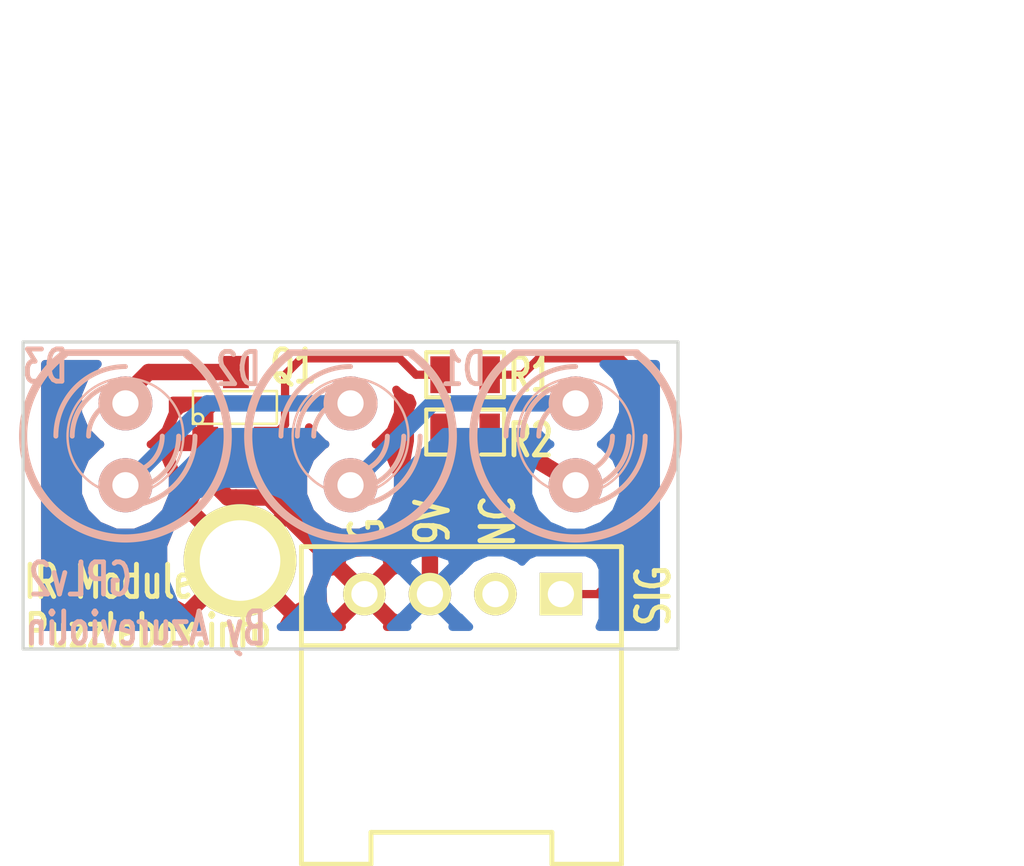
<source format=kicad_pcb>
(kicad_pcb (version 3) (host pcbnew "(2013-05-16 BZR 4016)-stable")

  (general
    (links 9)
    (no_connects 0)
    (area 218.019023 151.08555 239.97 170.458201)
    (thickness 1.6)
    (drawings 10)
    (tracks 31)
    (zones 0)
    (modules 8)
    (nets 9)
  )

  (page A4)
  (title_block 
    (title Pyramid_IR_Module)
    (rev 0.9b)
    (company "Puzzlebox Productions LLC")
    (comment 1 GPLv2)
    (comment 2 "By Azureviolin")
  )

  (layers
    (15 F.Cu signal)
    (0 B.Cu signal)
    (16 B.Adhes user)
    (17 F.Adhes user)
    (18 B.Paste user)
    (19 F.Paste user)
    (20 B.SilkS user)
    (21 F.SilkS user)
    (22 B.Mask user)
    (23 F.Mask user)
    (24 Dwgs.User user)
    (25 Cmts.User user)
    (26 Eco1.User user)
    (27 Eco2.User user)
    (28 Edge.Cuts user)
  )

  (setup
    (last_trace_width 0.254)
    (trace_clearance 0.254)
    (zone_clearance 0.508)
    (zone_45_only no)
    (trace_min 0.254)
    (segment_width 0.2)
    (edge_width 0.1)
    (via_size 0.7112)
    (via_drill 0.3048)
    (via_min_size 0.7112)
    (via_min_drill 0.3048)
    (uvia_size 0.508)
    (uvia_drill 0.127)
    (uvias_allowed no)
    (uvia_min_size 0.508)
    (uvia_min_drill 0.127)
    (pcb_text_width 0.3)
    (pcb_text_size 1.5 1.5)
    (mod_edge_width 0.15)
    (mod_text_size 1.016 0.762)
    (mod_text_width 0.1524)
    (pad_size 3.5 3.5)
    (pad_drill 2.5)
    (pad_to_mask_clearance 0)
    (aux_axis_origin 0 0)
    (visible_elements 7FFFFFFF)
    (pcbplotparams
      (layerselection 272400385)
      (usegerberextensions true)
      (excludeedgelayer true)
      (linewidth 0.150000)
      (plotframeref false)
      (viasonmask false)
      (mode 1)
      (useauxorigin false)
      (hpglpennumber 1)
      (hpglpenspeed 20)
      (hpglpendiameter 15)
      (hpglpenoverlay 2)
      (psnegative false)
      (psa4output false)
      (plotreference true)
      (plotvalue true)
      (plotothertext true)
      (plotinvisibletext false)
      (padsonsilk false)
      (subtractmaskfromsilk false)
      (outputformat 1)
      (mirror false)
      (drillshape 0)
      (scaleselection 1)
      (outputdirectory CAM/))
  )

  (net 0 "")
  (net 1 +9V)
  (net 2 /LED1)
  (net 3 /LED2)
  (net 4 /LED3)
  (net 5 /LED4)
  (net 6 GND)
  (net 7 N-000004)
  (net 8 N-000009)

  (net_class Default "This is the default net class."
    (clearance 0.254)
    (trace_width 0.254)
    (via_dia 0.7112)
    (via_drill 0.3048)
    (uvia_dia 0.508)
    (uvia_drill 0.127)
    (add_net "")
    (add_net N-000004)
    (add_net N-000009)
  )

  (net_class LED_Power ""
    (clearance 0.254)
    (trace_width 0.508)
    (via_dia 0.7112)
    (via_drill 0.3048)
    (uvia_dia 0.508)
    (uvia_drill 0.127)
    (add_net +9V)
    (add_net /LED1)
    (add_net /LED2)
    (add_net /LED3)
    (add_net /LED4)
    (add_net GND)
  )

  (module LED-5MM (layer B.Cu) (tedit 51CFD864) (tstamp 51CCFBD7)
    (at 235.585 157.099 90)
    (descr "LED 5mm - Lead pitch 100mil (2,54mm)")
    (tags "LED led 5mm 5MM 100mil 2,54mm")
    (path /51CCF98C)
    (fp_text reference D1 (at 2.3368 -3.4798 180) (layer B.SilkS)
      (effects (font (size 1 0.7) (thickness 0.15)) (justify mirror))
    )
    (fp_text value LED (at 4.445 -3.429 90) (layer B.SilkS) hide
      (effects (font (size 0.762 0.762) (thickness 0.0889)) (justify mirror))
    )
    (fp_line (start 2.8448 -1.905) (end 2.8448 1.905) (layer B.SilkS) (width 0.2032))
    (fp_circle (center 0.254 0) (end -1.016 -1.27) (layer B.SilkS) (width 0.0762))
    (fp_arc (start 0.254 0) (end 2.794 -1.905) (angle -286.2) (layer B.SilkS) (width 0.254))
    (fp_arc (start 0.254 0) (end -0.889 0) (angle -90) (layer B.SilkS) (width 0.1524))
    (fp_arc (start 0.254 0) (end 1.397 0) (angle -90) (layer B.SilkS) (width 0.1524))
    (fp_arc (start 0.254 0) (end -1.397 0) (angle -90) (layer B.SilkS) (width 0.1524))
    (fp_arc (start 0.254 0) (end 1.905 0) (angle -90) (layer B.SilkS) (width 0.1524))
    (fp_arc (start 0.254 0) (end -1.905 0) (angle -90) (layer B.SilkS) (width 0.1524))
    (fp_arc (start 0.254 0) (end 2.413 0) (angle -90) (layer B.SilkS) (width 0.1524))
    (pad 1 thru_hole circle (at -1.27 0 90) (size 1.6764 1.6764) (drill 0.8128)
      (layers *.Cu *.Mask B.SilkS)
      (net 2 /LED1)
    )
    (pad 2 thru_hole circle (at 1.27 0 90) (size 1.6764 1.6764) (drill 0.8128)
      (layers *.Cu *.Mask B.SilkS)
      (net 3 /LED2)
    )
    (model discret/leds/led5_vertical_verde.wrl
      (at (xyz 0 0 0))
      (scale (xyz 1 1 1))
      (rotate (xyz 0 0 0))
    )
  )

  (module LED-5MM (layer B.Cu) (tedit 51CFD868) (tstamp 51CCFBE6)
    (at 228.6 157.099 90)
    (descr "LED 5mm - Lead pitch 100mil (2,54mm)")
    (tags "LED led 5mm 5MM 100mil 2,54mm")
    (path /51CCF99B)
    (fp_text reference D2 (at 2.3368 -3.4798 180) (layer B.SilkS)
      (effects (font (size 1 0.7) (thickness 0.15)) (justify mirror))
    )
    (fp_text value LED (at 4.445 -3.556 90) (layer B.SilkS) hide
      (effects (font (size 0.762 0.762) (thickness 0.0889)) (justify mirror))
    )
    (fp_line (start 2.8448 -1.905) (end 2.8448 1.905) (layer B.SilkS) (width 0.2032))
    (fp_circle (center 0.254 0) (end -1.016 -1.27) (layer B.SilkS) (width 0.0762))
    (fp_arc (start 0.254 0) (end 2.794 -1.905) (angle -286.2) (layer B.SilkS) (width 0.254))
    (fp_arc (start 0.254 0) (end -0.889 0) (angle -90) (layer B.SilkS) (width 0.1524))
    (fp_arc (start 0.254 0) (end 1.397 0) (angle -90) (layer B.SilkS) (width 0.1524))
    (fp_arc (start 0.254 0) (end -1.397 0) (angle -90) (layer B.SilkS) (width 0.1524))
    (fp_arc (start 0.254 0) (end 1.905 0) (angle -90) (layer B.SilkS) (width 0.1524))
    (fp_arc (start 0.254 0) (end -1.905 0) (angle -90) (layer B.SilkS) (width 0.1524))
    (fp_arc (start 0.254 0) (end 2.413 0) (angle -90) (layer B.SilkS) (width 0.1524))
    (pad 1 thru_hole circle (at -1.27 0 90) (size 1.6764 1.6764) (drill 0.8128)
      (layers *.Cu *.Mask B.SilkS)
      (net 3 /LED2)
    )
    (pad 2 thru_hole circle (at 1.27 0 90) (size 1.6764 1.6764) (drill 0.8128)
      (layers *.Cu *.Mask B.SilkS)
      (net 4 /LED3)
    )
    (model discret/leds/led5_vertical_verde.wrl
      (at (xyz 0 0 0))
      (scale (xyz 1 1 1))
      (rotate (xyz 0 0 0))
    )
  )

  (module LED-5MM (layer B.Cu) (tedit 51CFD856) (tstamp 51CCFBF5)
    (at 221.615 157.099 90)
    (descr "LED 5mm - Lead pitch 100mil (2,54mm)")
    (tags "LED led 5mm 5MM 100mil 2,54mm")
    (path /51CCF9AA)
    (fp_text reference D3 (at 2.413 -2.4892 180) (layer B.SilkS)
      (effects (font (size 1 0.7) (thickness 0.15)) (justify mirror))
    )
    (fp_text value LED (at 4.191 -2.159 90) (layer B.SilkS) hide
      (effects (font (size 0.762 0.762) (thickness 0.0889)) (justify mirror))
    )
    (fp_line (start 2.8448 -1.905) (end 2.8448 1.905) (layer B.SilkS) (width 0.2032))
    (fp_circle (center 0.254 0) (end -1.016 -1.27) (layer B.SilkS) (width 0.0762))
    (fp_arc (start 0.254 0) (end 2.794 -1.905) (angle -286.2) (layer B.SilkS) (width 0.254))
    (fp_arc (start 0.254 0) (end -0.889 0) (angle -90) (layer B.SilkS) (width 0.1524))
    (fp_arc (start 0.254 0) (end 1.397 0) (angle -90) (layer B.SilkS) (width 0.1524))
    (fp_arc (start 0.254 0) (end -1.397 0) (angle -90) (layer B.SilkS) (width 0.1524))
    (fp_arc (start 0.254 0) (end 1.905 0) (angle -90) (layer B.SilkS) (width 0.1524))
    (fp_arc (start 0.254 0) (end -1.905 0) (angle -90) (layer B.SilkS) (width 0.1524))
    (fp_arc (start 0.254 0) (end 2.413 0) (angle -90) (layer B.SilkS) (width 0.1524))
    (pad 1 thru_hole circle (at -1.27 0 90) (size 1.6764 1.6764) (drill 0.8128)
      (layers *.Cu *.Mask B.SilkS)
      (net 4 /LED3)
    )
    (pad 2 thru_hole circle (at 1.27 0 90) (size 1.6764 1.6764) (drill 0.8128)
      (layers *.Cu *.Mask B.SilkS)
      (net 5 /LED4)
    )
    (model discret/leds/led5_vertical_verde.wrl
      (at (xyz 0 0 0))
      (scale (xyz 1 1 1))
      (rotate (xyz 0 0 0))
    )
  )

  (module SOT23 (layer F.Cu) (tedit 51CFD72C) (tstamp 51D19416)
    (at 225.044 155.956)
    (tags SOT23)
    (path /51CCF9B9)
    (fp_text reference Q1 (at 1.778 -1.27) (layer F.SilkS)
      (effects (font (size 1 0.7) (thickness 0.15)))
    )
    (fp_text value NPN (at 3.556 -1.27) (layer F.SilkS) hide
      (effects (font (size 1 0.7) (thickness 0.15)))
    )
    (fp_circle (center -1.17602 0.35052) (end -1.30048 0.44958) (layer F.SilkS) (width 0.07874))
    (fp_line (start 1.27 -0.508) (end 1.27 0.508) (layer F.SilkS) (width 0.07874))
    (fp_line (start -1.3335 -0.508) (end -1.3335 0.508) (layer F.SilkS) (width 0.07874))
    (fp_line (start 1.27 0.508) (end -1.3335 0.508) (layer F.SilkS) (width 0.07874))
    (fp_line (start -1.3335 -0.508) (end 1.27 -0.508) (layer F.SilkS) (width 0.07874))
    (pad 3 smd rect (at 0 -1.09982) (size 0.8001 1.00076)
      (layers F.Cu F.Paste F.Mask)
      (net 5 /LED4)
    )
    (pad 2 smd rect (at 0.9525 1.09982) (size 0.8001 1.00076)
      (layers F.Cu F.Paste F.Mask)
      (net 8 N-000009)
    )
    (pad 1 smd rect (at -0.9525 1.09982) (size 0.8001 1.00076)
      (layers F.Cu F.Paste F.Mask)
      (net 6 GND)
    )
    (model smd\SOT23_3.wrl
      (at (xyz 0 0 0))
      (scale (xyz 0.4 0.4 0.4))
      (rotate (xyz 0 0 180))
    )
  )

  (module SM0603_Resistor (layer F.Cu) (tedit 51CFD71A) (tstamp 51D19422)
    (at 232.156 156.718)
    (path /51CCF97D)
    (attr smd)
    (fp_text reference R2 (at 2.032 0.254) (layer F.SilkS)
      (effects (font (size 1 0.7) (thickness 0.15)))
    )
    (fp_text value 82 (at 3.556 0.254) (layer F.SilkS) hide
      (effects (font (size 1 0.7) (thickness 0.15)))
    )
    (fp_line (start -0.50038 -0.6985) (end -1.2065 -0.6985) (layer F.SilkS) (width 0.127))
    (fp_line (start -1.2065 -0.6985) (end -1.2065 0.6985) (layer F.SilkS) (width 0.127))
    (fp_line (start -1.2065 0.6985) (end -0.50038 0.6985) (layer F.SilkS) (width 0.127))
    (fp_line (start 1.2065 -0.6985) (end 0.50038 -0.6985) (layer F.SilkS) (width 0.127))
    (fp_line (start 1.2065 -0.6985) (end 1.2065 0.6985) (layer F.SilkS) (width 0.127))
    (fp_line (start 1.2065 0.6985) (end 0.50038 0.6985) (layer F.SilkS) (width 0.127))
    (pad 1 smd rect (at -0.762 0) (size 0.635 1.143)
      (layers F.Cu F.Paste F.Mask)
      (net 1 +9V)
    )
    (pad 2 smd rect (at 0.762 0) (size 0.635 1.143)
      (layers F.Cu F.Paste F.Mask)
      (net 2 /LED1)
    )
    (model smd\resistors\R0603.wrl
      (at (xyz 0 0 0.001))
      (scale (xyz 0.5 0.5 0.5))
      (rotate (xyz 0 0 0))
    )
  )

  (module SM0603_Resistor (layer F.Cu) (tedit 51CFD70D) (tstamp 51D1942E)
    (at 232.156 154.94 180)
    (path /51CCF9C8)
    (attr smd)
    (fp_text reference R1 (at -2.032 0 180) (layer F.SilkS)
      (effects (font (size 1 0.7) (thickness 0.15)))
    )
    (fp_text value 820 (at -3.81 0 180) (layer F.SilkS) hide
      (effects (font (size 1 0.7) (thickness 0.15)))
    )
    (fp_line (start -0.50038 -0.6985) (end -1.2065 -0.6985) (layer F.SilkS) (width 0.127))
    (fp_line (start -1.2065 -0.6985) (end -1.2065 0.6985) (layer F.SilkS) (width 0.127))
    (fp_line (start -1.2065 0.6985) (end -0.50038 0.6985) (layer F.SilkS) (width 0.127))
    (fp_line (start 1.2065 -0.6985) (end 0.50038 -0.6985) (layer F.SilkS) (width 0.127))
    (fp_line (start 1.2065 -0.6985) (end 1.2065 0.6985) (layer F.SilkS) (width 0.127))
    (fp_line (start 1.2065 0.6985) (end 0.50038 0.6985) (layer F.SilkS) (width 0.127))
    (pad 1 smd rect (at -0.762 0 180) (size 0.635 1.143)
      (layers F.Cu F.Paste F.Mask)
      (net 7 N-000004)
    )
    (pad 2 smd rect (at 0.762 0 180) (size 0.635 1.143)
      (layers F.Cu F.Paste F.Mask)
      (net 8 N-000009)
    )
    (model smd\resistors\R0603.wrl
      (at (xyz 0 0 0.001))
      (scale (xyz 0.5 0.5 0.5))
      (rotate (xyz 0 0 0))
    )
  )

  (module Mount_Hole_M2Screw (layer F.Cu) (tedit 51CFD7DC) (tstamp 51D19608)
    (at 225.171 160.7058)
    (path /51CD08C3)
    (fp_text reference MH1 (at 0.0254 2.5146) (layer F.SilkS) hide
      (effects (font (size 1 1) (thickness 0.15)))
    )
    (fp_text value CONN_1 (at 0.1778 4.0386) (layer F.SilkS) hide
      (effects (font (size 1 1) (thickness 0.15)))
    )
    (pad 1 thru_hole circle (at 0 0) (size 3.5 3.5) (drill 2.5)
      (layers *.Cu *.Mask F.SilkS)
      (net 6 GND)
    )
  )

  (module grove_4_horizontal (layer F.Cu) (tedit 51CFD899) (tstamp 51D196BF)
    (at 227.076 160.274 90)
    (path /51CCF9E6)
    (fp_text reference P1 (at -5.7658 4.9784 180) (layer F.SilkS) hide
      (effects (font (size 1 1) (thickness 0.15)))
    )
    (fp_text value CONN_4 (at -3.175 12.065 90) (layer F.SilkS) hide
      (effects (font (size 1 1) (thickness 0.15)))
    )
    (fp_text user SIG (at -1.524 10.922 90) (layer F.SilkS)
      (effects (font (size 1.016 0.762) (thickness 0.1524)))
    )
    (fp_text user NC (at 0.7874 6.096 90) (layer F.SilkS)
      (effects (font (size 1.016 0.762) (thickness 0.1524)))
    )
    (fp_text user 9V (at 0.762 4.064 90) (layer F.SilkS)
      (effects (font (size 1.016 0.762) (thickness 0.1524)))
    )
    (fp_text user G (at 0.508 2.032 90) (layer F.SilkS)
      (effects (font (size 1.016 0.762) (thickness 0.1524)))
    )
    (fp_line (start -3.0734 0) (end -3.0734 9.9314) (layer F.SilkS) (width 0.15))
    (fp_line (start 0 9.9314) (end -9.8552 9.9314) (layer F.SilkS) (width 0.15))
    (fp_line (start -9.8552 9.9314) (end -9.8552 7.7724) (layer F.SilkS) (width 0.15))
    (fp_line (start -9.8552 7.7724) (end -8.8646 7.7724) (layer F.SilkS) (width 0.15))
    (fp_line (start -8.8646 7.7724) (end -8.8646 2.159) (layer F.SilkS) (width 0.15))
    (fp_line (start -8.8646 2.159) (end -9.8552 2.159) (layer F.SilkS) (width 0.15))
    (fp_line (start -9.8552 2.159) (end -9.8552 0.0254) (layer F.SilkS) (width 0.15))
    (fp_line (start -9.8552 0) (end 0 0) (layer F.SilkS) (width 0.15))
    (fp_line (start 0 0) (end 0 9.9314) (layer F.SilkS) (width 0.15))
    (pad 4 thru_hole circle (at -1.4732 1.9558 90) (size 1.3208 1.3208) (drill 0.8128)
      (layers *.Cu *.Mask F.SilkS)
      (net 6 GND)
    )
    (pad 3 thru_hole circle (at -1.4732 3.9878 90) (size 1.3208 1.3208) (drill 0.8128)
      (layers *.Cu *.Mask F.SilkS)
      (net 1 +9V)
    )
    (pad 2 thru_hole circle (at -1.4732 6.0198 90) (size 1.3208 1.3208) (drill 0.8128)
      (layers *.Cu *.Mask F.SilkS)
    )
    (pad 1 thru_hole rect (at -1.4732 8.0518 90) (size 1.3208 1.3208) (drill 0.8128)
      (layers *.Cu *.Mask F.SilkS)
      (net 7 N-000004)
    )
  )

  (dimension 9.779 (width 0.3) (layer Cmts.User)
    (gr_text "9.779 mm" (at 249.3772 158.242 270) (layer Cmts.User)
      (effects (font (size 1.5 1.5) (thickness 0.3)))
    )
    (feature1 (pts (xy 241.808 163.4998) (xy 248.165599 163.4998)))
    (feature2 (pts (xy 241.808 153.7208) (xy 248.165599 153.7208)))
    (crossbar (pts (xy 245.465599 153.7208) (xy 245.465599 163.4998)))
    (arrow1a (pts (xy 245.465599 163.4998) (xy 244.879179 162.373297)))
    (arrow1b (pts (xy 245.465599 163.4998) (xy 246.052019 162.373297)))
    (arrow2a (pts (xy 245.465599 153.7208) (xy 244.879179 154.847303)))
    (arrow2b (pts (xy 245.465599 153.7208) (xy 246.052019 154.847303)))
  )
  (dimension 21.235144 (width 0.3) (layer Cmts.User)
    (gr_text "21.235 mm" (at 228.483538 145.165724 0.4797381386) (layer Cmts.User)
      (effects (font (size 1.5 1.5) (thickness 0.3)))
    )
    (feature1 (pts (xy 239.141 149.8854) (xy 239.089435 143.726872)))
    (feature2 (pts (xy 217.9066 150.0632) (xy 217.855035 143.904672)))
    (crossbar (pts (xy 217.877641 146.604577) (xy 239.112041 146.426777)))
    (arrow1a (pts (xy 239.112041 146.426777) (xy 237.990487 147.022609)))
    (arrow1b (pts (xy 239.112041 146.426777) (xy 237.980667 145.849809)))
    (arrow2a (pts (xy 217.877641 146.604577) (xy 219.009015 147.181545)))
    (arrow2b (pts (xy 217.877641 146.604577) (xy 218.999195 146.008745)))
  )
  (gr_text "By Azureviolin" (at 222.25 162.814) (layer B.SilkS)
    (effects (font (size 1 0.7) (thickness 0.15)) (justify mirror))
  )
  (gr_text GPLv2 (at 220.218 161.29) (layer B.SilkS)
    (effects (font (size 1 0.7) (thickness 0.15)) (justify mirror))
  )
  (gr_text Puzzlebox.info (at 222.3262 162.8902) (layer F.SilkS)
    (effects (font (size 1 0.7) (thickness 0.15)))
  )
  (gr_text "IR Module" (at 221.107 161.3662) (layer F.SilkS)
    (effects (font (size 1 0.7) (thickness 0.15)))
  )
  (gr_line (start 238.76 163.449) (end 238.76 153.924) (angle 90) (layer Edge.Cuts) (width 0.1))
  (gr_line (start 218.44 163.449) (end 238.76 163.449) (angle 90) (layer Edge.Cuts) (width 0.1))
  (gr_line (start 218.44 153.924) (end 218.44 163.449) (angle 90) (layer Edge.Cuts) (width 0.1))
  (gr_line (start 238.76 153.924) (end 218.44 153.924) (angle 90) (layer Edge.Cuts) (width 0.1))

  (segment (start 231.0638 161.7472) (end 231.0638 158.5722) (width 0.508) (layer F.Cu) (net 1))
  (segment (start 231.0638 158.5722) (end 231.394 156.718) (width 0.508) (layer F.Cu) (net 1) (tstamp 51CD0CFE) (status 20))
  (segment (start 232.918 156.718) (end 235.458 158.242) (width 0.508) (layer F.Cu) (net 2) (status 10))
  (segment (start 235.458 158.242) (end 235.585 158.369) (width 0.508) (layer F.Cu) (net 2) (tstamp 51CD0D02))
  (segment (start 235.585 155.829) (end 231.14 155.829) (width 0.508) (layer B.Cu) (net 3))
  (segment (start 231.14 155.829) (end 228.6 158.369) (width 0.508) (layer B.Cu) (net 3) (tstamp 51CD0AA9))
  (segment (start 228.6 155.829) (end 224.155 155.829) (width 0.508) (layer B.Cu) (net 4))
  (segment (start 224.155 155.829) (end 221.615 158.369) (width 0.508) (layer B.Cu) (net 4) (tstamp 51CD0AAD))
  (segment (start 221.615 155.829) (end 221.615 155.575) (width 0.508) (layer F.Cu) (net 5))
  (segment (start 222.33382 154.85618) (end 225.044 154.85618) (width 0.508) (layer F.Cu) (net 5) (tstamp 51CD0C65))
  (segment (start 221.615 155.575) (end 222.33382 154.85618) (width 0.508) (layer F.Cu) (net 5) (tstamp 51CD0C64))
  (segment (start 229.0318 161.7472) (end 229.0318 161.7218) (width 0.508) (layer F.Cu) (net 6))
  (segment (start 226.06 158.75) (end 225.044 158.75) (width 0.508) (layer F.Cu) (net 6) (tstamp 51CD0CFB))
  (segment (start 229.0318 161.7218) (end 226.06 158.75) (width 0.508) (layer F.Cu) (net 6) (tstamp 51CD0CFA))
  (segment (start 225.044 161.036) (end 225.044 158.75) (width 0.508) (layer F.Cu) (net 6))
  (segment (start 224.0915 157.05582) (end 224.0915 158.0515) (width 0.508) (layer F.Cu) (net 6))
  (segment (start 224.79 158.75) (end 225.044 158.75) (width 0.508) (layer F.Cu) (net 6) (tstamp 51CD0C4B))
  (segment (start 224.0915 158.0515) (end 224.79 158.75) (width 0.508) (layer F.Cu) (net 6) (tstamp 51CD0C49))
  (segment (start 232.918 154.94) (end 233.934 154.94) (width 0.254) (layer F.Cu) (net 7))
  (segment (start 236.2708 161.7472) (end 235.1278 161.7472) (width 0.254) (layer F.Cu) (net 7) (tstamp 51CD0D0C))
  (segment (start 237.49 160.528) (end 236.2708 161.7472) (width 0.254) (layer F.Cu) (net 7) (tstamp 51CD0D0A))
  (segment (start 237.49 154.94) (end 237.49 160.528) (width 0.254) (layer F.Cu) (net 7) (tstamp 51CD0D09))
  (segment (start 236.982 154.432) (end 237.49 154.94) (width 0.254) (layer F.Cu) (net 7) (tstamp 51CD0D07))
  (segment (start 234.442 154.432) (end 236.982 154.432) (width 0.254) (layer F.Cu) (net 7) (tstamp 51CD0D06))
  (segment (start 233.934 154.94) (end 234.442 154.432) (width 0.254) (layer F.Cu) (net 7) (tstamp 51CD0D05))
  (segment (start 231.394 154.94) (end 230.632 154.94) (width 0.254) (layer F.Cu) (net 8))
  (segment (start 226.568 156.48432) (end 225.9965 157.05582) (width 0.254) (layer F.Cu) (net 8) (tstamp 51CD0CDE))
  (segment (start 226.568 154.94) (end 226.568 156.48432) (width 0.254) (layer F.Cu) (net 8) (tstamp 51CD0CDD))
  (segment (start 227.076 154.432) (end 226.568 154.94) (width 0.254) (layer F.Cu) (net 8) (tstamp 51CD0CDC))
  (segment (start 230.124 154.432) (end 227.076 154.432) (width 0.254) (layer F.Cu) (net 8) (tstamp 51CD0CDB))
  (segment (start 230.632 154.94) (end 230.124 154.432) (width 0.254) (layer F.Cu) (net 8) (tstamp 51CD0CDA))

  (zone (net 6) (net_name GND) (layer F.Cu) (tstamp 51CD1453) (hatch edge 0.508)
    (connect_pads (clearance 0.508))
    (min_thickness 0.254)
    (fill (arc_segments 16) (thermal_gap 0.508) (thermal_bridge_width 0.508))
    (polygon
      (pts
        (xy 239.014 163.576) (xy 218.186 163.83) (xy 218.186 153.416) (xy 239.014 153.67)
      )
    )
    (filled_polygon
      (pts
        (xy 230.520693 155.829184) (xy 230.441611 156.019636) (xy 230.44139 156.272255) (xy 230.44139 156.997012) (xy 230.188577 158.416299)
        (xy 230.190156 158.494996) (xy 230.1748 158.5722) (xy 230.1748 160.804274) (xy 229.966254 161.012457) (xy 229.960734 161.025748)
        (xy 229.938358 161.020247) (xy 229.758753 161.199852) (xy 229.758753 160.840642) (xy 229.701791 160.608972) (xy 229.215209 160.439219)
        (xy 228.700706 160.468595) (xy 228.361809 160.608972) (xy 228.304847 160.840642) (xy 229.0318 161.567595) (xy 229.758753 160.840642)
        (xy 229.758753 161.199852) (xy 229.211405 161.7472) (xy 229.938358 162.474153) (xy 229.960315 162.468754) (xy 229.964973 162.480026)
        (xy 230.248451 162.764) (xy 229.731647 162.764) (xy 229.758753 162.653758) (xy 229.0318 161.926805) (xy 228.852195 162.10641)
        (xy 228.852195 161.7472) (xy 228.125242 161.020247) (xy 227.893572 161.077209) (xy 227.723819 161.563791) (xy 227.753195 162.078294)
        (xy 227.893572 162.417191) (xy 228.125242 162.474153) (xy 228.852195 161.7472) (xy 228.852195 162.10641) (xy 228.304847 162.653758)
        (xy 228.331952 162.764) (xy 227.561956 162.764) (xy 227.561956 161.149208) (xy 227.54964 160.200477) (xy 227.21027 159.381165)
        (xy 226.865527 159.190878) (xy 226.685922 159.370483) (xy 226.685922 159.011273) (xy 226.495635 158.66653) (xy 225.614408 158.314844)
        (xy 224.665677 158.32716) (xy 223.9645 158.617596) (xy 223.9645 158.03245) (xy 223.9645 157.18282) (xy 223.9645 156.92882)
        (xy 223.9645 156.07919) (xy 223.80575 155.92044) (xy 223.565695 155.92033) (xy 223.332221 156.016799) (xy 223.153437 156.195272)
        (xy 223.056561 156.428576) (xy 223.05634 156.681195) (xy 223.05645 156.77007) (xy 223.2152 156.92882) (xy 223.9645 156.92882)
        (xy 223.9645 157.18282) (xy 223.2152 157.18282) (xy 223.05645 157.34157) (xy 223.05634 157.430445) (xy 223.056561 157.683064)
        (xy 223.153437 157.916368) (xy 223.332221 158.094841) (xy 223.565695 158.19131) (xy 223.80575 158.1912) (xy 223.9645 158.03245)
        (xy 223.9645 158.617596) (xy 223.846365 158.66653) (xy 223.656078 159.011273) (xy 225.171 160.526195) (xy 226.685922 159.011273)
        (xy 226.685922 159.370483) (xy 225.350605 160.7058) (xy 226.865527 162.220722) (xy 227.21027 162.030435) (xy 227.561956 161.149208)
        (xy 227.561956 162.764) (xy 226.449933 162.764) (xy 226.495635 162.74507) (xy 226.685922 162.400327) (xy 225.171 160.885405)
        (xy 224.991395 161.06501) (xy 224.991395 160.7058) (xy 223.476473 159.190878) (xy 223.13173 159.381165) (xy 222.780044 160.262392)
        (xy 222.79236 161.211123) (xy 223.13173 162.030435) (xy 223.476473 162.220722) (xy 224.991395 160.7058) (xy 224.991395 161.06501)
        (xy 223.656078 162.400327) (xy 223.846365 162.74507) (xy 223.893798 162.764) (xy 219.125 162.764) (xy 219.125 154.609)
        (xy 220.751892 154.609) (xy 220.366811 154.99341) (xy 220.142057 155.534677) (xy 220.141546 156.120752) (xy 220.365354 156.66241)
        (xy 220.77941 157.077189) (xy 220.831394 157.098775) (xy 220.78159 157.119354) (xy 220.366811 157.53341) (xy 220.142057 158.074677)
        (xy 220.141546 158.660752) (xy 220.365354 159.20241) (xy 220.77941 159.617189) (xy 221.320677 159.841943) (xy 221.906752 159.842454)
        (xy 222.44841 159.618646) (xy 222.863189 159.20459) (xy 223.087943 158.663323) (xy 223.088454 158.077248) (xy 222.864646 157.53559)
        (xy 222.45059 157.120811) (xy 222.398605 157.099224) (xy 222.44841 157.078646) (xy 222.863189 156.66459) (xy 223.087943 156.123323)
        (xy 223.088272 155.74518) (xy 224.134648 155.74518) (xy 224.283782 155.894573) (xy 224.368103 155.929586) (xy 224.2185 156.07919)
        (xy 224.2185 156.92882) (xy 224.2385 156.92882) (xy 224.2385 157.18282) (xy 224.2185 157.18282) (xy 224.2185 158.03245)
        (xy 224.37725 158.1912) (xy 224.617305 158.19131) (xy 224.850779 158.094841) (xy 225.029563 157.916368) (xy 225.043915 157.881803)
        (xy 225.057809 157.915429) (xy 225.236282 158.094213) (xy 225.469586 158.191089) (xy 225.722205 158.19131) (xy 226.522305 158.19131)
        (xy 226.755779 158.094841) (xy 226.934563 157.916368) (xy 227.031439 157.683064) (xy 227.03166 157.430445) (xy 227.03166 157.09829)
        (xy 227.106815 157.023135) (xy 227.271996 156.775925) (xy 227.312701 156.571284) (xy 227.350354 156.66241) (xy 227.76441 157.077189)
        (xy 227.816394 157.098775) (xy 227.76659 157.119354) (xy 227.351811 157.53341) (xy 227.127057 158.074677) (xy 227.126546 158.660752)
        (xy 227.350354 159.20241) (xy 227.76441 159.617189) (xy 228.305677 159.841943) (xy 228.891752 159.842454) (xy 229.43341 159.618646)
        (xy 229.848189 159.20459) (xy 230.072943 158.663323) (xy 230.073454 158.077248) (xy 229.849646 157.53559) (xy 229.43559 157.120811)
        (xy 229.383605 157.099224) (xy 229.43341 157.078646) (xy 229.848189 156.66459) (xy 230.072943 156.123323) (xy 230.073454 155.537248)
        (xy 230.018416 155.404047) (xy 230.093184 155.478815) (xy 230.093185 155.478815) (xy 230.340395 155.643996) (xy 230.453468 155.666487)
        (xy 230.520693 155.829184)
      )
    )
  )
  (zone (net 1) (net_name +9V) (layer B.Cu) (tstamp 51CD14AA) (hatch edge 0.508)
    (connect_pads (clearance 0.508))
    (min_thickness 0.254)
    (fill (arc_segments 16) (thermal_gap 0.508) (thermal_bridge_width 0.508))
    (polygon
      (pts
        (xy 239.014 163.83) (xy 218.186 163.83) (xy 218.186 153.67) (xy 239.014 153.67)
      )
    )
    (filled_polygon
      (pts
        (xy 238.075 162.764) (xy 236.327777 162.764) (xy 236.423089 162.534464) (xy 236.42331 162.281845) (xy 236.42331 160.961045)
        (xy 236.326841 160.727571) (xy 236.148368 160.548787) (xy 235.915064 160.451911) (xy 235.662445 160.45169) (xy 234.341645 160.45169)
        (xy 234.108171 160.548159) (xy 233.929387 160.726632) (xy 233.922924 160.742196) (xy 233.830543 160.649654) (xy 233.354601 160.452026)
        (xy 232.83926 160.451576) (xy 232.362974 160.648373) (xy 231.998254 161.012457) (xy 231.992734 161.025748) (xy 231.970358 161.020247)
        (xy 231.790753 161.199852) (xy 231.790753 160.840642) (xy 231.733791 160.608972) (xy 231.247209 160.439219) (xy 230.732706 160.468595)
        (xy 230.393809 160.608972) (xy 230.336847 160.840642) (xy 231.0638 161.567595) (xy 231.790753 160.840642) (xy 231.790753 161.199852)
        (xy 231.243405 161.7472) (xy 231.970358 162.474153) (xy 231.992315 162.468754) (xy 231.996973 162.480026) (xy 232.280451 162.764)
        (xy 231.763647 162.764) (xy 231.790753 162.653758) (xy 231.0638 161.926805) (xy 230.336847 162.653758) (xy 230.363952 162.764)
        (xy 229.846796 162.764) (xy 230.129346 162.481943) (xy 230.134865 162.468651) (xy 230.157242 162.474153) (xy 230.884195 161.7472)
        (xy 230.157242 161.020247) (xy 230.135284 161.025645) (xy 230.130627 161.014374) (xy 229.766543 160.649654) (xy 229.290601 160.452026)
        (xy 228.77526 160.451576) (xy 228.298974 160.648373) (xy 227.934254 161.012457) (xy 227.736626 161.488399) (xy 227.736176 162.00374)
        (xy 227.932973 162.480026) (xy 228.216451 162.764) (xy 226.435239 162.764) (xy 226.520229 162.728883) (xy 227.191725 162.058557)
        (xy 227.555584 161.182287) (xy 227.556412 160.233476) (xy 227.194083 159.356571) (xy 226.523757 158.685075) (xy 225.647487 158.321216)
        (xy 224.698676 158.320388) (xy 223.821771 158.682717) (xy 223.150275 159.353043) (xy 222.786416 160.229313) (xy 222.785588 161.178124)
        (xy 223.147917 162.055029) (xy 223.818243 162.726525) (xy 223.908492 162.764) (xy 219.125 162.764) (xy 219.125 154.609)
        (xy 220.751892 154.609) (xy 220.366811 154.99341) (xy 220.142057 155.534677) (xy 220.141546 156.120752) (xy 220.365354 156.66241)
        (xy 220.77941 157.077189) (xy 220.831394 157.098775) (xy 220.78159 157.119354) (xy 220.366811 157.53341) (xy 220.142057 158.074677)
        (xy 220.141546 158.660752) (xy 220.365354 159.20241) (xy 220.77941 159.617189) (xy 221.320677 159.841943) (xy 221.906752 159.842454)
        (xy 222.44841 159.618646) (xy 222.863189 159.20459) (xy 223.087943 158.663323) (xy 223.088388 158.152847) (xy 224.523236 156.718)
        (xy 227.405847 156.718) (xy 227.76441 157.077189) (xy 227.816394 157.098775) (xy 227.76659 157.119354) (xy 227.351811 157.53341)
        (xy 227.127057 158.074677) (xy 227.126546 158.660752) (xy 227.350354 159.20241) (xy 227.76441 159.617189) (xy 228.305677 159.841943)
        (xy 228.891752 159.842454) (xy 229.43341 159.618646) (xy 229.848189 159.20459) (xy 230.072943 158.663323) (xy 230.073388 158.152847)
        (xy 231.508236 156.718) (xy 234.390847 156.718) (xy 234.74941 157.077189) (xy 234.801394 157.098775) (xy 234.75159 157.119354)
        (xy 234.336811 157.53341) (xy 234.112057 158.074677) (xy 234.111546 158.660752) (xy 234.335354 159.20241) (xy 234.74941 159.617189)
        (xy 235.290677 159.841943) (xy 235.876752 159.842454) (xy 236.41841 159.618646) (xy 236.833189 159.20459) (xy 237.057943 158.663323)
        (xy 237.058454 158.077248) (xy 236.834646 157.53559) (xy 236.42059 157.120811) (xy 236.368605 157.099224) (xy 236.41841 157.078646)
        (xy 236.833189 156.66459) (xy 237.057943 156.123323) (xy 237.058454 155.537248) (xy 236.834646 154.99559) (xy 236.448729 154.609)
        (xy 238.075 154.609) (xy 238.075 162.764)
      )
    )
  )
)

</source>
